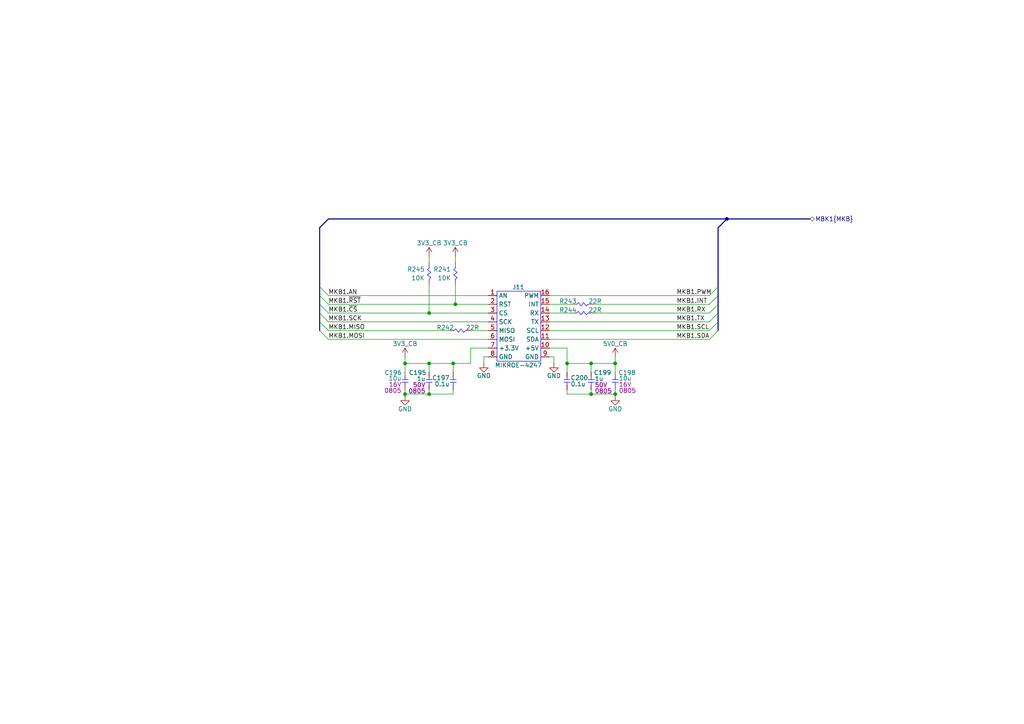
<source format=kicad_sch>
(kicad_sch (version 20250114) (generator "eeschema") (generator_version "9.0")
  (paper "A4")
  (title_block (title "RPI CMx Carrier") (date "2025-12-07") (rev "2.00-0A") (comment 1 "Jean-Francois Bilodeau") (comment 2 "P.Eng #6022173") (comment 3 "203-1690 Rue des quatre-saisons") (comment 4 "Sherbrooke, Canada, J1E0N2") (comment 5 "KiCad Rev 9.0") (comment 6 "Jean-Francois Bilodeau") (comment 7 "Not applicable") (comment 8 "Preliminary") (comment 9 "RPI_CMx_Carrier_2.00-0A_BOM"))
  (lib_symbols
    (symbol "KiCad_Pwr_Symbols:+3V3" (power) (pin_numbers (hide yes)) (pin_names (offset 0) (hide yes))
      (property "Value" "+3V3" (at 0 3.556 0))
      (symbol "+3V3_0_1"
        (polyline (pts (xy -0.762 1.27) (xy 0 2.54)))
        (polyline (pts (xy 0 2.54) (xy 0.762 1.27)))
        (polyline (pts (xy 0 0) (xy 0 2.54)))
      )
      (symbol "+3V3_1_1"
        (pin power_in line (at 0 0 90) (length 0) (name "~") (number "1"))
      )
    )
    (symbol "KiCad_Pwr_Symbols:GND" (power) (pin_numbers (hide yes)) (pin_names (offset 0) (hide yes))
      (property "Value" "GND" (at 0 -3.81 0))
      (symbol "GND_0_1"
        (polyline (pts (xy 0 0) (xy 0 -1.27) (xy 1.27 -1.27) (xy 0 -2.54) (xy -1.27 -1.27) (xy 0 -1.27)))
      )
      (symbol "GND_1_1"
        (pin power_in line (at 0 0 270) (length 0) (name "~") (number "1"))
      )
    )
    (symbol "KicadCompDb:Capacitors/CAP_CER_SMT_00001" (pin_numbers (hide yes)) (pin_names (offset 0) (hide yes))
      (property "Reference" "C" (at 2.54 1.651 0))
      (property "Value" "0.1u" (at 1.524 -1.524 0))
      (symbol "Capacitors/CAP_CER_SMT_00001_1_1"
        (polyline (pts (xy 2.159 0.889) (xy 2.159 -0.889)) (stroke (width 0) (color 0 0 255 1)))
        (polyline (pts (xy 2.159 0) (xy 1.27 0)) (stroke (width 0) (color 0 0 255 1)))
        (polyline (pts (xy 2.921 0.889) (xy 2.921 -0.889)) (stroke (width 0) (color 0 0 255 1)))
        (polyline (pts (xy 3.81 0) (xy 2.921 0)) (stroke (width 0) (color 0 0 255 1)))
        (pin passive line (at 0 0 0) (length 1.27) (name "") (number "1"))
        (pin passive line (at 5.08 0 180) (length 1.27) (name "") (number "2"))
      )
    )
    (symbol "KicadCompDb:Capacitors/CAP_CER_SMT_00002" (pin_numbers (hide yes)) (pin_names (offset 0) (hide yes))
      (property "Reference" "C" (at 2.54 1.651 0))
      (property "Value" "1u" (at 1.524 -1.524 0))
      (property "Package" "0805" (at 0 -16.256 0))
      (property "Voltage Rating" "50V" (at 0 0 0))
      (symbol "Capacitors/CAP_CER_SMT_00002_1_1"
        (polyline (pts (xy 2.159 0.889) (xy 2.159 -0.889)) (stroke (width 0) (color 0 0 255 1)))
        (polyline (pts (xy 2.159 0) (xy 1.27 0)) (stroke (width 0) (color 0 0 255 1)))
        (polyline (pts (xy 2.921 0.889) (xy 2.921 -0.889)) (stroke (width 0) (color 0 0 255 1)))
        (polyline (pts (xy 3.81 0) (xy 2.921 0)) (stroke (width 0) (color 0 0 255 1)))
        (pin passive line (at 0 0 0) (length 1.27) (name "") (number "1"))
        (pin passive line (at 5.08 0 180) (length 1.27) (name "") (number "2"))
      )
    )
    (symbol "KicadCompDb:Capacitors/CAP_CER_SMT_00004" (pin_numbers (hide yes)) (pin_names (offset 0) (hide yes))
      (property "Reference" "C" (at 2.54 1.651 0))
      (property "Value" "10u" (at 1.524 -1.524 0))
      (property "Package" "0805" (at 0 -16.256 0))
      (property "Voltage Rating" "16V" (at 0 0 0))
      (symbol "Capacitors/CAP_CER_SMT_00004_1_1"
        (polyline (pts (xy 2.159 0.889) (xy 2.159 -0.889)) (stroke (width 0) (color 0 0 255 1)))
        (polyline (pts (xy 2.159 0) (xy 1.27 0)) (stroke (width 0) (color 0 0 255 1)))
        (polyline (pts (xy 2.921 0.889) (xy 2.921 -0.889)) (stroke (width 0) (color 0 0 255 1)))
        (polyline (pts (xy 3.81 0) (xy 2.921 0)) (stroke (width 0) (color 0 0 255 1)))
        (pin passive line (at 0 0 0) (length 1.27) (name "") (number "1"))
        (pin passive line (at 5.08 0 180) (length 1.27) (name "") (number "2"))
      )
    )
    (symbol "KicadCompDb:Connector/CONN_00012"
      (property "Reference" "J" (at 6.35 1.27 0))
      (property "Value" "MIKROE-4247" (at 0 0 0))
      (symbol "Connector/CONN_00012_1_1"
        (rectangle (start 0 0) (end 12.7 -20.32) (stroke (width 0) (color 0 0 255 1)))
        (pin input line (at -2.54 -1.27 0) (length 2.54) (name "AN") (number "1"))
        (pin input line (at -2.54 -3.81 0) (length 2.54) (name "RST") (number "2"))
        (pin input line (at -2.54 -6.35 0) (length 2.54) (name "CS") (number "3"))
        (pin input line (at -2.54 -8.89 0) (length 2.54) (name "SCK") (number "4"))
        (pin output line (at -2.54 -11.43 0) (length 2.54) (name "MISO") (number "5"))
        (pin input line (at -2.54 -13.97 0) (length 2.54) (name "MOSI") (number "6"))
        (pin power_in line (at -2.54 -16.51 0) (length 2.54) (name "+3.3V") (number "7"))
        (pin power_in line (at -2.54 -19.05 0) (length 2.54) (name "GND") (number "8"))
        (pin bidirectional line (at 15.24 -1.27 180) (length 2.54) (name "PWM") (number "16"))
        (pin bidirectional line (at 15.24 -3.81 180) (length 2.54) (name "INT") (number "15"))
        (pin output line (at 15.24 -6.35 180) (length 2.54) (name "RX") (number "14"))
        (pin input line (at 15.24 -8.89 180) (length 2.54) (name "TX") (number "13"))
        (pin input line (at 15.24 -11.43 180) (length 2.54) (name "SCL") (number "12"))
        (pin bidirectional line (at 15.24 -13.97 180) (length 2.54) (name "SDA") (number "11"))
        (pin power_in line (at 15.24 -16.51 180) (length 2.54) (name "+5V") (number "10"))
        (pin power_in line (at 15.24 -19.05 180) (length 2.54) (name "GND") (number "9"))
      )
    )
    (symbol "KicadCompDb:Resistors/RES_SMT_00013" (pin_numbers (hide yes)) (pin_names (offset 0) (hide yes))
      (property "Reference" "R" (at 1.524 1.524 0))
      (property "Value" "10K" (at 1.524 -1.524 0))
      (symbol "Resistors/RES_SMT_00013_1_1"
        (polyline (pts (xy 0.254 0) (xy 0 0)) (stroke (width 0) (color 0 0 255 1)))
        (polyline (pts (xy 0.254 0) (xy 0.762 0.508) (xy 1.524 -0.508) (xy 2.286 0.508) (xy 3.048 -0.508) (xy 3.556 0)) (stroke (width 0) (color 0 0 255 1)))
        (polyline (pts (xy 3.81 0) (xy 3.556 0)) (stroke (width 0) (color 0 0 255 1)))
        (pin passive line (at -1.27 0 0) (length 1.27) (name "") (number "1"))
        (pin passive line (at 5.08 0 180) (length 1.27) (name "") (number "2"))
      )
    )
    (symbol "KicadCompDb:Resistors/RES_SMT_00015" (pin_numbers (hide yes)) (pin_names (offset 0) (hide yes))
      (property "Reference" "R" (at 1.524 1.524 0))
      (property "Value" "22R" (at 1.524 -1.524 0))
      (symbol "Resistors/RES_SMT_00015_1_1"
        (polyline (pts (xy 0.254 0) (xy 0 0)) (stroke (width 0) (color 0 0 255 1)))
        (polyline (pts (xy 0.254 0) (xy 0.762 0.508) (xy 1.524 -0.508) (xy 2.286 0.508) (xy 3.048 -0.508) (xy 3.556 0)) (stroke (width 0) (color 0 0 255 1)))
        (polyline (pts (xy 3.81 0) (xy 3.556 0)) (stroke (width 0) (color 0 0 255 1)))
        (pin passive line (at -1.27 0 0) (length 1.27) (name "") (number "1"))
        (pin passive line (at 5.08 0 180) (length 1.27) (name "") (number "2"))
      )
    )
  )
  (junction (at 124.46 105.41))
  (junction (at 171.45 105.41))
  (junction (at 178.435 114.3))
  (junction (at 132.08 88.265))
  (junction (at 210.82 63.5))
  (junction (at 164.465 105.41))
  (junction (at 124.46 114.3))
  (junction (at 131.445 105.41))
  (junction (at 124.46 90.805))
  (junction (at 171.45 114.3))
  (junction (at 117.475 105.41))
  (junction (at 178.435 105.41))
  (junction (at 117.475 114.3))
  (bus_entry (at 208.28 95.885) (size -2.54 2.54))
  (bus_entry (at 92.71 90.805) (size 2.54 2.54))
  (bus_entry (at 208.28 88.265) (size -2.54 2.54))
  (bus_entry (at 92.71 85.725) (size 2.54 2.54))
  (bus_entry (at 92.71 83.185) (size 2.54 2.54))
  (bus_entry (at 92.71 93.345) (size 2.54 2.54))
  (bus_entry (at 208.28 90.805) (size -2.54 2.54))
  (bus_entry (at 208.28 93.345) (size -2.54 2.54))
  (bus_entry (at 92.71 88.265) (size 2.54 2.54))
  (bus_entry (at 208.28 85.725) (size -2.54 2.54))
  (bus_entry (at 92.71 95.885) (size 2.54 2.54))
  (bus_entry (at 208.28 83.185) (size -2.54 2.54))
  (wire (pts (xy 178.435 114.3) (xy 171.45 114.3)))
  (bus (pts (xy 92.71 88.265) (xy 92.71 90.805)))
  (wire (pts (xy 95.25 88.265) (xy 132.08 88.265)))
  (wire (pts (xy 178.435 114.3) (xy 178.435 114.935)))
  (bus (pts (xy 92.71 93.345) (xy 92.71 95.885)))
  (bus (pts (xy 92.71 83.185) (xy 92.71 66.04)))
  (bus (pts (xy 208.28 88.265) (xy 208.28 90.805)))
  (wire (pts (xy 124.46 113.03) (xy 124.46 114.3)))
  (bus (pts (xy 92.71 90.805) (xy 92.71 93.345)))
  (wire (pts (xy 117.475 103.505) (xy 117.475 105.41)))
  (wire (pts (xy 117.475 113.03) (xy 117.475 114.3)))
  (wire (pts (xy 136.525 100.965) (xy 136.525 105.41)))
  (wire (pts (xy 124.46 74.295) (xy 124.46 76.2)))
  (wire (pts (xy 160.655 103.505) (xy 159.385 103.505)))
  (wire (pts (xy 124.46 90.805) (xy 141.605 90.805)))
  (wire (pts (xy 95.25 93.345) (xy 141.605 93.345)))
  (wire (pts (xy 131.445 113.03) (xy 131.445 114.3)))
  (wire (pts (xy 132.08 82.55) (xy 132.08 88.265)))
  (wire (pts (xy 171.45 113.03) (xy 171.45 114.3)))
  (wire (pts (xy 132.08 74.295) (xy 132.08 76.2)))
  (bus (pts (xy 208.28 85.725) (xy 208.28 88.265)))
  (bus (pts (xy 208.28 66.04) (xy 210.82 63.5)))
  (wire (pts (xy 131.445 105.41) (xy 136.525 105.41)))
  (wire (pts (xy 124.46 105.41) (xy 131.445 105.41)))
  (wire (pts (xy 160.655 103.505) (xy 160.655 105.41)))
  (wire (pts (xy 164.465 113.03) (xy 164.465 114.3)))
  (wire (pts (xy 178.435 105.41) (xy 171.45 105.41)))
  (wire (pts (xy 159.385 90.805) (xy 165.735 90.805)))
  (wire (pts (xy 140.335 103.505) (xy 140.335 105.41)))
  (bus (pts (xy 92.71 66.04) (xy 95.25 63.5)))
  (wire (pts (xy 95.25 95.885) (xy 130.175 95.885)))
  (wire (pts (xy 159.385 95.885) (xy 205.74 95.885)))
  (wire (pts (xy 117.475 114.3) (xy 124.46 114.3)))
  (wire (pts (xy 131.445 105.41) (xy 131.445 107.95)))
  (bus (pts (xy 208.28 83.185) (xy 208.28 85.725)))
  (bus (pts (xy 92.71 85.725) (xy 92.71 88.265)))
  (wire (pts (xy 117.475 105.41) (xy 117.475 107.95)))
  (wire (pts (xy 164.465 100.965) (xy 164.465 105.41)))
  (wire (pts (xy 132.08 88.265) (xy 141.605 88.265)))
  (wire (pts (xy 171.45 105.41) (xy 171.45 107.95)))
  (wire (pts (xy 172.085 88.265) (xy 205.74 88.265)))
  (wire (pts (xy 159.385 85.725) (xy 205.74 85.725)))
  (bus (pts (xy 208.28 93.345) (xy 208.28 95.885)))
  (wire (pts (xy 95.25 90.805) (xy 124.46 90.805)))
  (wire (pts (xy 164.465 100.965) (xy 159.385 100.965)))
  (bus (pts (xy 92.71 83.185) (xy 92.71 85.725)))
  (wire (pts (xy 136.525 95.885) (xy 141.605 95.885)))
  (bus (pts (xy 210.82 63.5) (xy 234.95 63.5)))
  (wire (pts (xy 171.45 105.41) (xy 164.465 105.41)))
  (wire (pts (xy 178.435 103.505) (xy 178.435 105.41)))
  (bus (pts (xy 95.25 63.5) (xy 210.82 63.5)))
  (wire (pts (xy 172.085 90.805) (xy 205.74 90.805)))
  (wire (pts (xy 171.45 114.3) (xy 164.465 114.3)))
  (wire (pts (xy 178.435 105.41) (xy 178.435 107.95)))
  (wire (pts (xy 159.385 88.265) (xy 165.735 88.265)))
  (wire (pts (xy 124.46 105.41) (xy 124.46 107.95)))
  (wire (pts (xy 136.525 100.965) (xy 141.605 100.965)))
  (wire (pts (xy 124.46 114.3) (xy 131.445 114.3)))
  (wire (pts (xy 159.385 98.425) (xy 205.74 98.425)))
  (wire (pts (xy 117.475 114.3) (xy 117.475 114.935)))
  (wire (pts (xy 140.335 103.505) (xy 141.605 103.505)))
  (wire (pts (xy 178.435 113.03) (xy 178.435 114.3)))
  (wire (pts (xy 117.475 105.41) (xy 124.46 105.41)))
  (wire (pts (xy 124.46 82.55) (xy 124.46 90.805)))
  (wire (pts (xy 164.465 105.41) (xy 164.465 107.95)))
  (wire (pts (xy 95.25 98.425) (xy 141.605 98.425)))
  (wire (pts (xy 95.25 85.725) (xy 141.605 85.725)))
  (wire (pts (xy 159.385 93.345) (xy 205.74 93.345)))
  (bus (pts (xy 208.28 66.04) (xy 208.28 83.185)))
  (bus (pts (xy 208.28 90.805) (xy 208.28 93.345)))
  (label "MKB1.SDA" (at 196.215 98.425 0))
  (label "MKB1.MISO" (at 95.25 95.885 0))
  (label "MKB1.INT" (at 196.215 88.265 0))
  (label "MKB1.~{CS}" (at 95.25 90.805 0))
  (label "MKB1.SCK" (at 95.25 93.345 0))
  (label "MKB1.AN" (at 95.25 85.725 0))
  (label "MKB1.SCL" (at 196.215 95.885 0))
  (label "MKB1.PWM" (at 196.215 85.725 0))
  (label "MKB1.TX" (at 196.215 93.345 0))
  (label "MKB1.RX" (at 196.215 90.805 0))
  (label "MKB1.~{RST}" (at 95.25 88.265 0))
  (label "MKB1.MOSI" (at 95.25 98.425 0))
  (hierarchical_label "MBK1{MKB}" (shape bidirectional) (at 234.95 63.5 0))
  (symbol (lib_id "KicadCompDb:Capacitors/CAP_CER_SMT_00001") (at 164.465 113.03 90) (unit 1)
    (property "Reference" "C200" (at 165.481 109.601 90) (effects (justify right)))
    (property "Value" "0.1u" (at 165.481 111.379 90) (effects (justify right)))
    (property "Footprint" "footprint:CAP_NONPOL_0402" (effects (hide yes)))
    (property "Datasheet" "https://search.murata.co.jp/Ceramy/image/img/A01X/G101/ENG/GRM155R71H104KE14-01.pdf" (effects (hide yes)))
    (property "Description" "CAP CER 0.1UF 50V X7R 0402" (effects (hide yes)))
    (property "Tolerance" "±10%" (effects (hide yes)))
    (property "Dielectric" "X7R" (effects (hide yes)))
    (property "Package" "0402" (effects (hide yes)))
    (property "Operating Temperature" "-55°C ~ 125°C" (effects (hide yes)))
    (property "Voltage Rating" "50V" (effects (hide yes)))
    (property "Manufacturer" "Murata Electronics" (effects (hide yes)))
    (property "Manufacturer Part Number" "GRM155R71H104KE14D" (effects (hide yes)))
    (property "Distributor" "DigiKey" (effects (hide yes)))
    (property "Distributor Part Number" "490-10700-1-ND" (effects (hide yes)))
    (property "Type" "CER SMT" (effects (hide yes)))
    (property "Dimensions" "1.00mm x 0.50mm" (effects (hide yes)))
  )
  (symbol (lib_id "KicadCompDb:Resistors/RES_SMT_00015") (at 135.255 95.885 180) (unit 1)
    (property "Reference" "R242" (at 129.159 94.996 0))
    (property "Value" "22R" (at 137.033 94.996 0))
    (property "Footprint" "footprint:RES_0402" (effects (hide yes)))
    (property "Datasheet" "https://www.yageogroup.com/content/datasheet/asset/file/PYU-RC_GROUP_51_ROHS_L" (effects (hide yes)))
    (property "Description" "RES 22 OHM 1% 1/16W 0402" (effects (hide yes)))
    (property "Tolerance" "1%" (effects (hide yes)))
    (property "Power" "1/16W" (effects (hide yes)))
    (property "Package" "0402" (effects (hide yes)))
    (property "Manufacturer" "YAGEO" (effects (hide yes)))
    (property "Manufacturer Part Number" "RC0402FR-0722RL" (effects (hide yes)))
    (property "Distributor" "DigiKey" (effects (hide yes)))
    (property "Distributor Part Number" "311-22.0LRCT-ND" (effects (hide yes)))
    (property "Temperature Coefficient" "±100ppm/°C" (effects (hide yes)))
    (property "Operating Temperature" "-55°C ~ 155°C" (effects (hide yes)))
    (property "Type" "RES SMT" (effects (hide yes)))
    (property "Dimensions" "1.00mm x 0.50mm" (effects (hide yes)))
  )
  (symbol (lib_id "KiCad_Pwr_Symbols:+3V3") (at 132.08 74.295 0) (unit 1)
    (property "Reference" "#PWR0309" (effects (hide yes)))
    (property "Value" "3V3_CB" (at 132.08 70.485 0))
    (property "Description" "Power symbol creates a global label with name \"+3V3\"" (effects (hide yes)))
  )
  (symbol (lib_id "KicadCompDb:Capacitors/CAP_CER_SMT_00004") (at 178.435 113.03 90) (unit 1)
    (property "Reference" "C198" (at 179.324 108.077 90) (effects (justify right)))
    (property "Value" "10u" (at 179.451 109.728 90) (effects (justify right)))
    (property "Footprint" "footprint:CAP_NONPOL_0805" (effects (hide yes)))
    (property "Datasheet" "https://mm.digikey.com/Volume0/opasdata/d220001/medias/docus/609/CL21A106KOQNNNE_Spec.pdf" (effects (hide yes)))
    (property "Description" "CAP CER 10UF 16V X5R 0805" (effects (hide yes)))
    (property "Tolerance" "±10%" (effects (hide yes)))
    (property "Dielectric" "X5R" (effects (hide yes)))
    (property "Package" "0805" (at 179.451 113.284 90) (effects (justify right)))
    (property "Operating Temperature" "-55°C ~ 85°C" (effects (hide yes)))
    (property "Voltage Rating" "16V" (at 179.451 111.506 90) (effects (justify right)))
    (property "Manufacturer" "Samsung Electro-Mechanics" (effects (hide yes)))
    (property "Manufacturer Part Number" "CL21A106KOQNNNE" (effects (hide yes)))
    (property "Distributor" "DigiKey" (effects (hide yes)))
    (property "Distributor Part Number" "1276-1096-1-ND" (effects (hide yes)))
    (property "Type" "CER SMT" (effects (hide yes)))
    (property "Dimensions" "2.00mm x 1.25mm" (effects (hide yes)))
  )
  (symbol (lib_id "KiCad_Pwr_Symbols:GND") (at 178.435 114.935 0) (unit 1)
    (property "Reference" "#PWR0315" (effects (hide yes)))
    (property "Value" "GND" (at 178.435 118.618 0))
    (property "Description" "Power symbol creates a global label with name \"GND\" , ground" (effects (hide yes)))
  )
  (symbol (lib_id "KiCad_Pwr_Symbols:GND") (at 140.335 105.41 0) (unit 1)
    (property "Reference" "#PWR0310" (effects (hide yes)))
    (property "Value" "GND" (at 140.335 108.966 0))
    (property "Description" "Power symbol creates a global label with name \"GND\" , ground" (effects (hide yes)))
  )
  (symbol (lib_id "KicadCompDb:Resistors/RES_SMT_00013") (at 132.08 81.28 270) (mirror x) (unit 1)
    (property "Reference" "R241" (at 130.81 78.1049 90) (effects (justify right)))
    (property "Value" "10K" (at 130.81 80.6449 90) (effects (justify right)))
    (property "Footprint" "footprint:RES_0402" (effects (hide yes)))
    (property "Datasheet" "https://www.yageogroup.com/content/datasheet/asset/file/PYU-RC_GROUP_51_ROHS_L" (effects (hide yes)))
    (property "Description" "RES 10K OHM 1% 1/16W 0402" (effects (hide yes)))
    (property "Tolerance" "1%" (effects (hide yes)))
    (property "Power" "1/16W" (effects (hide yes)))
    (property "Package" "0402" (effects (hide yes)))
    (property "Manufacturer" "YAGEO" (effects (hide yes)))
    (property "Manufacturer Part Number" "RC0402FR-0710KL" (effects (hide yes)))
    (property "Distributor" "DigiKey" (effects (hide yes)))
    (property "Distributor Part Number" "311-10.0KLRCT-ND" (effects (hide yes)))
    (property "Temperature Coefficient" "±100ppm/°C" (effects (hide yes)))
    (property "Operating Temperature" "-55°C ~ 155°C" (effects (hide yes)))
    (property "Type" "RES SMT" (effects (hide yes)))
    (property "Dimensions" "1.00mm x 0.50mm" (effects (hide yes)))
  )
  (symbol (lib_id "KicadCompDb:Capacitors/CAP_CER_SMT_00002") (at 124.46 113.03 270) (mirror x) (unit 1)
    (property "Reference" "C195" (at 123.698 108.077 90) (effects (justify right)))
    (property "Value" "1u" (at 123.444 109.855 90) (effects (justify right)))
    (property "Footprint" "footprint:CAP_NONPOL_0805" (effects (hide yes)))
    (property "Datasheet" "https://www.yageogroup.com/content/datasheet/asset/file/UPY-GPHC_X7R_6_3V-TO-250V" (effects (hide yes)))
    (property "Description" "CAP CER 1UF 50V X7R 0805" (effects (hide yes)))
    (property "Tolerance" "±10%" (effects (hide yes)))
    (property "Dielectric" "X7R" (effects (hide yes)))
    (property "Package" "0805" (at 123.444 113.411 90) (effects (justify right)))
    (property "Operating Temperature" "-55°C ~ 125°C" (effects (hide yes)))
    (property "Voltage Rating" "50V" (at 123.444 111.633 90) (effects (justify right)))
    (property "Manufacturer" "YAGEO" (effects (hide yes)))
    (property "Manufacturer Part Number" "CC0805KKX7R9BB105" (effects (hide yes)))
    (property "Distributor" "DigiKey" (effects (hide yes)))
    (property "Distributor Part Number" "311-1886-1-ND" (effects (hide yes)))
    (property "Type" "CER SMT" (effects (hide yes)))
    (property "Dimensions" "2.00mm x 1.25mm" (effects (hide yes)))
  )
  (symbol (lib_id "KiCad_Pwr_Symbols:+3V3") (at 124.46 74.295 0) (unit 1)
    (property "Reference" "#PWR0311" (effects (hide yes)))
    (property "Value" "3V3_CB" (at 124.46 70.485 0))
    (property "Description" "Power symbol creates a global label with name \"+3V3\"" (effects (hide yes)))
  )
  (symbol (lib_id "KicadCompDb:Capacitors/CAP_CER_SMT_00004") (at 117.475 113.03 270) (mirror x) (unit 1)
    (property "Reference" "C196" (at 116.586 108.077 90) (effects (justify right)))
    (property "Value" "10u" (at 116.459 109.728 90) (effects (justify right)))
    (property "Footprint" "footprint:CAP_NONPOL_0805" (effects (hide yes)))
    (property "Datasheet" "https://mm.digikey.com/Volume0/opasdata/d220001/medias/docus/609/CL21A106KOQNNNE_Spec.pdf" (effects (hide yes)))
    (property "Description" "CAP CER 10UF 16V X5R 0805" (effects (hide yes)))
    (property "Tolerance" "±10%" (effects (hide yes)))
    (property "Dielectric" "X5R" (effects (hide yes)))
    (property "Package" "0805" (at 116.459 113.284 90) (effects (justify right)))
    (property "Operating Temperature" "-55°C ~ 85°C" (effects (hide yes)))
    (property "Voltage Rating" "16V" (at 116.459 111.506 90) (effects (justify right)))
    (property "Manufacturer" "Samsung Electro-Mechanics" (effects (hide yes)))
    (property "Manufacturer Part Number" "CL21A106KOQNNNE" (effects (hide yes)))
    (property "Distributor" "DigiKey" (effects (hide yes)))
    (property "Distributor Part Number" "1276-1096-1-ND" (effects (hide yes)))
    (property "Type" "CER SMT" (effects (hide yes)))
    (property "Dimensions" "2.00mm x 1.25mm" (effects (hide yes)))
  )
  (symbol (lib_id "KicadCompDb:Resistors/RES_SMT_00013") (at 124.46 81.28 270) (mirror x) (unit 1)
    (property "Reference" "R245" (at 123.19 78.1049 90) (effects (justify right)))
    (property "Value" "10K" (at 123.19 80.6449 90) (effects (justify right)))
    (property "Footprint" "footprint:RES_0402" (effects (hide yes)))
    (property "Datasheet" "https://www.yageogroup.com/content/datasheet/asset/file/PYU-RC_GROUP_51_ROHS_L" (effects (hide yes)))
    (property "Description" "RES 10K OHM 1% 1/16W 0402" (effects (hide yes)))
    (property "Tolerance" "1%" (effects (hide yes)))
    (property "Power" "1/16W" (effects (hide yes)))
    (property "Package" "0402" (effects (hide yes)))
    (property "Manufacturer" "YAGEO" (effects (hide yes)))
    (property "Manufacturer Part Number" "RC0402FR-0710KL" (effects (hide yes)))
    (property "Distributor" "DigiKey" (effects (hide yes)))
    (property "Distributor Part Number" "311-10.0KLRCT-ND" (effects (hide yes)))
    (property "Temperature Coefficient" "±100ppm/°C" (effects (hide yes)))
    (property "Operating Temperature" "-55°C ~ 155°C" (effects (hide yes)))
    (property "Type" "RES SMT" (effects (hide yes)))
    (property "Dimensions" "1.00mm x 0.50mm" (effects (hide yes)))
  )
  (symbol (lib_id "KiCad_Pwr_Symbols:GND") (at 117.475 114.935 0) (mirror y) (unit 1)
    (property "Reference" "#PWR0316" (effects (hide yes)))
    (property "Value" "GND" (at 117.475 118.618 0))
    (property "Description" "Power symbol creates a global label with name \"GND\" , ground" (effects (hide yes)))
  )
  (symbol (lib_id "KicadCompDb:Resistors/RES_SMT_00015") (at 170.815 88.265 180) (unit 1)
    (property "Reference" "R243" (at 164.719 87.376 0))
    (property "Value" "22R" (at 172.593 87.376 0))
    (property "Footprint" "footprint:RES_0402" (effects (hide yes)))
    (property "Datasheet" "https://www.yageogroup.com/content/datasheet/asset/file/PYU-RC_GROUP_51_ROHS_L" (effects (hide yes)))
    (property "Description" "RES 22 OHM 1% 1/16W 0402" (effects (hide yes)))
    (property "Tolerance" "1%" (effects (hide yes)))
    (property "Power" "1/16W" (effects (hide yes)))
    (property "Package" "0402" (effects (hide yes)))
    (property "Manufacturer" "YAGEO" (effects (hide yes)))
    (property "Manufacturer Part Number" "RC0402FR-0722RL" (effects (hide yes)))
    (property "Distributor" "DigiKey" (effects (hide yes)))
    (property "Distributor Part Number" "311-22.0LRCT-ND" (effects (hide yes)))
    (property "Temperature Coefficient" "±100ppm/°C" (effects (hide yes)))
    (property "Operating Temperature" "-55°C ~ 155°C" (effects (hide yes)))
    (property "Type" "RES SMT" (effects (hide yes)))
    (property "Dimensions" "1.00mm x 0.50mm" (effects (hide yes)))
  )
  (symbol (lib_id "KicadCompDb:Capacitors/CAP_CER_SMT_00001") (at 131.445 113.03 270) (mirror x) (unit 1)
    (property "Reference" "C197" (at 130.429 109.601 90) (effects (justify right)))
    (property "Value" "0.1u" (at 130.429 111.379 90) (effects (justify right)))
    (property "Footprint" "footprint:CAP_NONPOL_0402" (effects (hide yes)))
    (property "Datasheet" "https://search.murata.co.jp/Ceramy/image/img/A01X/G101/ENG/GRM155R71H104KE14-01.pdf" (effects (hide yes)))
    (property "Description" "CAP CER 0.1UF 50V X7R 0402" (effects (hide yes)))
    (property "Tolerance" "±10%" (effects (hide yes)))
    (property "Dielectric" "X7R" (effects (hide yes)))
    (property "Package" "0402" (effects (hide yes)))
    (property "Operating Temperature" "-55°C ~ 125°C" (effects (hide yes)))
    (property "Voltage Rating" "50V" (effects (hide yes)))
    (property "Manufacturer" "Murata Electronics" (effects (hide yes)))
    (property "Manufacturer Part Number" "GRM155R71H104KE14D" (effects (hide yes)))
    (property "Distributor" "DigiKey" (effects (hide yes)))
    (property "Distributor Part Number" "490-10700-1-ND" (effects (hide yes)))
    (property "Type" "CER SMT" (effects (hide yes)))
    (property "Dimensions" "1.00mm x 0.50mm" (effects (hide yes)))
  )
  (symbol (lib_id "KicadCompDb:Capacitors/CAP_CER_SMT_00002") (at 171.45 113.03 90) (unit 1)
    (property "Reference" "C199" (at 172.212 108.077 90) (effects (justify right)))
    (property "Value" "1u" (at 172.466 109.855 90) (effects (justify right)))
    (property "Footprint" "footprint:CAP_NONPOL_0805" (effects (hide yes)))
    (property "Datasheet" "https://www.yageogroup.com/content/datasheet/asset/file/UPY-GPHC_X7R_6_3V-TO-250V" (effects (hide yes)))
    (property "Description" "CAP CER 1UF 50V X7R 0805" (effects (hide yes)))
    (property "Tolerance" "±10%" (effects (hide yes)))
    (property "Dielectric" "X7R" (effects (hide yes)))
    (property "Package" "0805" (at 172.466 113.411 90) (effects (justify right)))
    (property "Operating Temperature" "-55°C ~ 125°C" (effects (hide yes)))
    (property "Voltage Rating" "50V" (at 172.466 111.633 90) (effects (justify right)))
    (property "Manufacturer" "YAGEO" (effects (hide yes)))
    (property "Manufacturer Part Number" "CC0805KKX7R9BB105" (effects (hide yes)))
    (property "Distributor" "DigiKey" (effects (hide yes)))
    (property "Distributor Part Number" "311-1886-1-ND" (effects (hide yes)))
    (property "Type" "CER SMT" (effects (hide yes)))
    (property "Dimensions" "2.00mm x 1.25mm" (effects (hide yes)))
  )
  (symbol (lib_id "KiCad_Pwr_Symbols:+3V3") (at 178.435 103.505 0) (mirror y) (unit 1)
    (property "Reference" "#PWR0314" (effects (hide yes)))
    (property "Value" "5V0_CB" (at 178.435 99.695 0))
    (property "Description" "Power symbol creates a global label with name \"+3V3\"" (effects (hide yes)))
  )
  (symbol (lib_id "KicadCompDb:Connector/CONN_00012") (at 144.145 84.455 0) (unit 1)
    (property "Reference" "J11" (at 150.368 83.312 0))
    (property "Value" "MIKROE-4247" (at 150.368 105.918 0))
    (property "Footprint" "footprint:MIKROBUS_SOCKET_TH" (effects (hide yes)))
    (property "Datasheet" "https://download.mikroe.com/documents/mikrobu_socket/SOCKET%20mikroBUS%2016%20TH.pdf" (effects (hide yes)))
    (property "Description" "SOCKET MIKROBUS 16 TH" (effects (hide yes)))
    (property "Type" "RECEPTACLE" (effects (hide yes)))
    (property "Gender" "FEMALE" (effects (hide yes)))
    (property "Pitch" "2.54mm" (effects (hide yes)))
    (property "Positions" "16" (effects (hide yes)))
    (property "Rows" "2" (effects (hide yes)))
    (property "Shrouding" "SHROUDED" (effects (hide yes)))
    (property "Mounting Type" "THT" (effects (hide yes)))
    (property "Termination" "SOLDER" (effects (hide yes)))
    (property "Contact Length (Total)" "9.0mm" (effects (hide yes)))
    (property "Contact Material" "Copper Alloy" (effects (hide yes)))
    (property "Contact Finish" "Gold" (effects (hide yes)))
    (property "Current Rating" "3A" (effects (hide yes)))
    (property "Voltage Rating" "500V" (effects (hide yes)))
    (property "Operating Temperature" "-40°C ~ 105°C" (effects (hide yes)))
    (property "Dimensions" "25.40mm x 22.88mm x 8.50mm" (effects (hide yes)))
    (property "Manufacturer" "MikroElektronika" (effects (hide yes)))
    (property "Manufacturer Part Number" "MIKROE-4247" (effects (hide yes)))
    (property "Distributor" "DigiKey" (effects (hide yes)))
    (property "Distributor Part Number" "1471-MIKROE-4247-ND" (effects (hide yes)))
  )
  (symbol (lib_id "KicadCompDb:Resistors/RES_SMT_00015") (at 170.815 90.805 180) (unit 1)
    (property "Reference" "R244" (at 164.719 89.916 0))
    (property "Value" "22R" (at 172.593 89.916 0))
    (property "Footprint" "footprint:RES_0402" (effects (hide yes)))
    (property "Datasheet" "https://www.yageogroup.com/content/datasheet/asset/file/PYU-RC_GROUP_51_ROHS_L" (effects (hide yes)))
    (property "Description" "RES 22 OHM 1% 1/16W 0402" (effects (hide yes)))
    (property "Tolerance" "1%" (effects (hide yes)))
    (property "Power" "1/16W" (effects (hide yes)))
    (property "Package" "0402" (effects (hide yes)))
    (property "Manufacturer" "YAGEO" (effects (hide yes)))
    (property "Manufacturer Part Number" "RC0402FR-0722RL" (effects (hide yes)))
    (property "Distributor" "DigiKey" (effects (hide yes)))
    (property "Distributor Part Number" "311-22.0LRCT-ND" (effects (hide yes)))
    (property "Temperature Coefficient" "±100ppm/°C" (effects (hide yes)))
    (property "Operating Temperature" "-55°C ~ 155°C" (effects (hide yes)))
    (property "Type" "RES SMT" (effects (hide yes)))
    (property "Dimensions" "1.00mm x 0.50mm" (effects (hide yes)))
  )
  (symbol (lib_id "KiCad_Pwr_Symbols:+3V3") (at 117.475 103.505 0) (unit 1)
    (property "Reference" "#PWR0313" (effects (hide yes)))
    (property "Value" "3V3_CB" (at 117.475 99.695 0))
    (property "Description" "Power symbol creates a global label with name \"+3V3\"" (effects (hide yes)))
  )
  (symbol (lib_id "KiCad_Pwr_Symbols:GND") (at 160.655 105.41 0) (mirror y) (unit 1)
    (property "Reference" "#PWR0312" (effects (hide yes)))
    (property "Value" "GND" (at 160.655 108.966 0))
    (property "Description" "Power symbol creates a global label with name \"GND\" , ground" (effects (hide yes)))
  )
)
</source>
